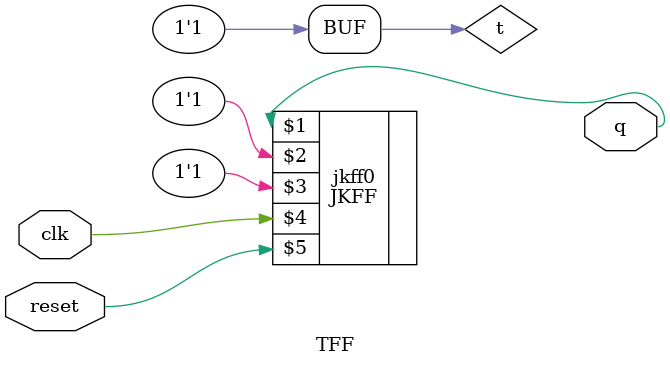
<source format=v>
module TFF(q, clk, reset);

output q;
input clk, reset;
reg t = 1'b1;

JKFF jkff0(q, t, t, clk, reset);

endmodule

</source>
